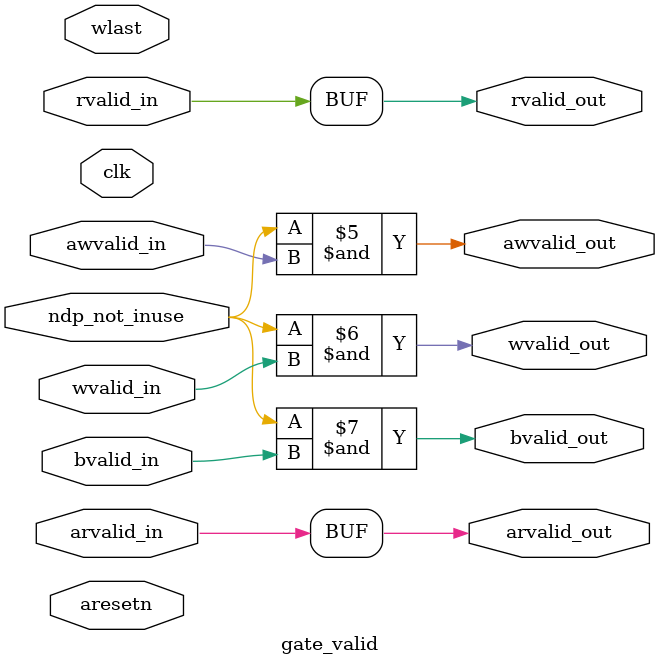
<source format=v>
`timescale 1ns / 1ps


module gate_valid(
  input clk,
  input aresetn,
  input awvalid_in,
  input wvalid_in,
  input bvalid_in,
  input arvalid_in,
  input rvalid_in,
  input ndp_not_inuse,
  input wlast,
  output awvalid_out,
  output wvalid_out,
  output bvalid_out,
  output arvalid_out,
  output rvalid_out
    );
    reg end_writetx;
    always@(posedge clk) begin
        if(aresetn == 1'b0) begin
            end_writetx <= 1'b1;
        end
        else begin      
            end_writetx <= 1'b1;      
            if(wlast == 1'b1)
                end_writetx <=1'b0;
            if(ndp_not_inuse ==1'b1)
                end_writetx <= 1'b1;
        end        
    end
       assign awvalid_out = ndp_not_inuse & awvalid_in;
       //assign awvalid_out = end_writetx & awvalid_in;
       assign wvalid_out = ndp_not_inuse & wvalid_in;
       //assign wvalid_out = wvalid_in;
       assign bvalid_out = ndp_not_inuse & bvalid_in;
       //assign bvalid_out = bvalid_in;
       //assign bready_out = bready_in;
       //assign arready_out = ndp_not_inuse & arready_in;
       assign arvalid_out = arvalid_in;
       //assign rready_out = ndp_not_inuse & rready_in;
       assign rvalid_out =  rvalid_in;
endmodule

</source>
